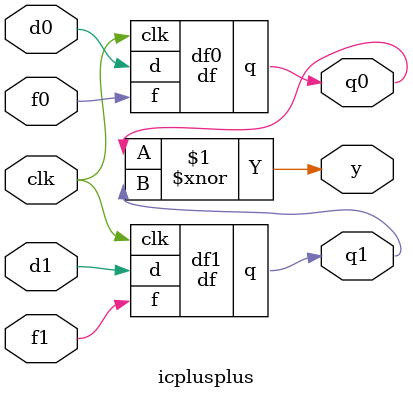
<source format=v>
`timescale 1ns / 1ps

module df(
    input d,
    input f,
    input clk,
    output reg q
    );
    
    initial begin
        q = 0;
    end
	
    // write your code here
	 always@(posedge clk)
	 begin
		q <= (~d & ~f & ~q) | (~d & ~f & q) | (~d & f & q) | (d & f & ~q);
	 end

endmodule

module icplusplus(input d0, input f0, input d1, input f1, input clk, output q0, output q1, output y);
	
	df df0(d0, f0, clk, q0);
	df df1(d1, f1, clk, q1);
	
	assign y = q0 ^~ q1;
endmodule

</source>
